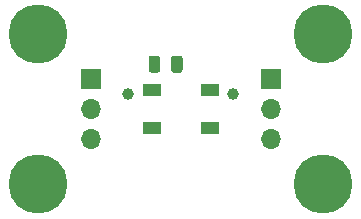
<source format=gbr>
G04 #@! TF.GenerationSoftware,KiCad,Pcbnew,(5.1.7-0-10_14)*
G04 #@! TF.CreationDate,2020-10-07T21:58:26-07:00*
G04 #@! TF.ProjectId,RGB5050_mount,52474235-3035-4305-9f6d-6f756e742e6b,1*
G04 #@! TF.SameCoordinates,Original*
G04 #@! TF.FileFunction,Soldermask,Top*
G04 #@! TF.FilePolarity,Negative*
%FSLAX46Y46*%
G04 Gerber Fmt 4.6, Leading zero omitted, Abs format (unit mm)*
G04 Created by KiCad (PCBNEW (5.1.7-0-10_14)) date 2020-10-07 21:58:26*
%MOMM*%
%LPD*%
G01*
G04 APERTURE LIST*
%ADD10R,1.500000X1.000000*%
%ADD11C,5.000000*%
%ADD12C,1.000000*%
%ADD13R,1.700000X1.700000*%
%ADD14O,1.700000X1.700000*%
G04 APERTURE END LIST*
D10*
X147410000Y-80315000D03*
X147410000Y-83515000D03*
X152310000Y-80315000D03*
X152310000Y-83515000D03*
G36*
G01*
X147140000Y-78580000D02*
X147140000Y-77630000D01*
G75*
G02*
X147390000Y-77380000I250000J0D01*
G01*
X147890000Y-77380000D01*
G75*
G02*
X148140000Y-77630000I0J-250000D01*
G01*
X148140000Y-78580000D01*
G75*
G02*
X147890000Y-78830000I-250000J0D01*
G01*
X147390000Y-78830000D01*
G75*
G02*
X147140000Y-78580000I0J250000D01*
G01*
G37*
G36*
G01*
X149040000Y-78580000D02*
X149040000Y-77630000D01*
G75*
G02*
X149290000Y-77380000I250000J0D01*
G01*
X149790000Y-77380000D01*
G75*
G02*
X150040000Y-77630000I0J-250000D01*
G01*
X150040000Y-78580000D01*
G75*
G02*
X149790000Y-78830000I-250000J0D01*
G01*
X149290000Y-78830000D01*
G75*
G02*
X149040000Y-78580000I0J250000D01*
G01*
G37*
D11*
X137795000Y-88265000D03*
X137795000Y-75565000D03*
X161925000Y-75565000D03*
X161925000Y-88265000D03*
D12*
X145415000Y-80645000D03*
X154305000Y-80645000D03*
D13*
X157480000Y-79375000D03*
D14*
X157480000Y-81915000D03*
X157480000Y-84455000D03*
X142240000Y-84455000D03*
X142240000Y-81915000D03*
D13*
X142240000Y-79375000D03*
M02*

</source>
